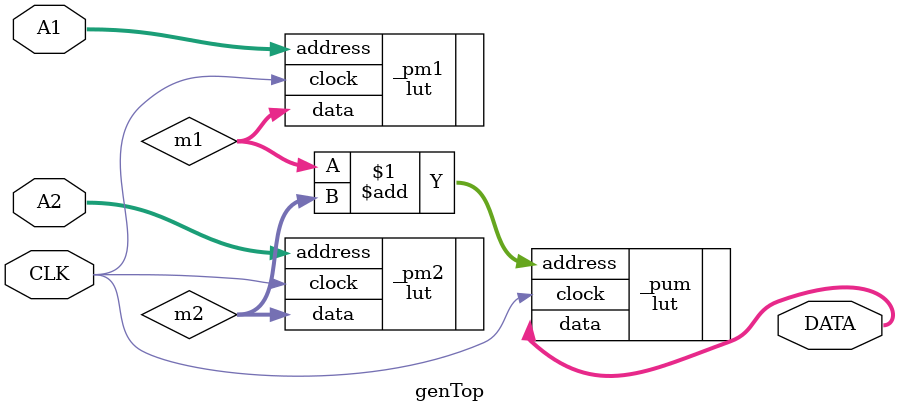
<source format=sv>
`timescale 1ns / 1ps


module genTop
#(
    parameter int positSize = 4,
    parameter int maxLx = 'hC,
    parameter mapFile = "p_p4map.mem",
    parameter unmapFile = "p_p4unmap.mem",
    localparam int maxLy = 2*maxLx,
    localparam mapDepth = $pow(2,positSize-1),
    localparam mapWidth = $clog2(maxLx),
    localparam unmapDepth = maxLy,
    localparam unmapWidth = positSize - 1
)
(
     input logic          CLK,
     input logic  [positSize-1:0]   A1,
     input logic  [positSize-1:0]   A2,
     output logic [positSize-1:0]  DATA
   );
   
   logic[mapWidth-1:0] m1,m2;
  
  /*----------------------------------------------------
    Single port ROM: 16 words x 16bit
  ----------------------------------------------------*/

    lut #(mapWidth, mapDepth, mapFile) _pm1 (
    .clock     (CLK       ),
    .address (A1    ),
    .data (m1       )
    );
    
    lut #(mapWidth, mapDepth, mapFile) _pm2 (
    .clock     (CLK       ),
    .address (A2    ),
    .data (m2       )
    );    
    
    lut #(unmapWidth, unmapDepth, unmapFile) _pum (
    .clock     (CLK       ),
    .address (m1+m2    ),
    .data (DATA       )
    );    
     

endmodule

</source>
